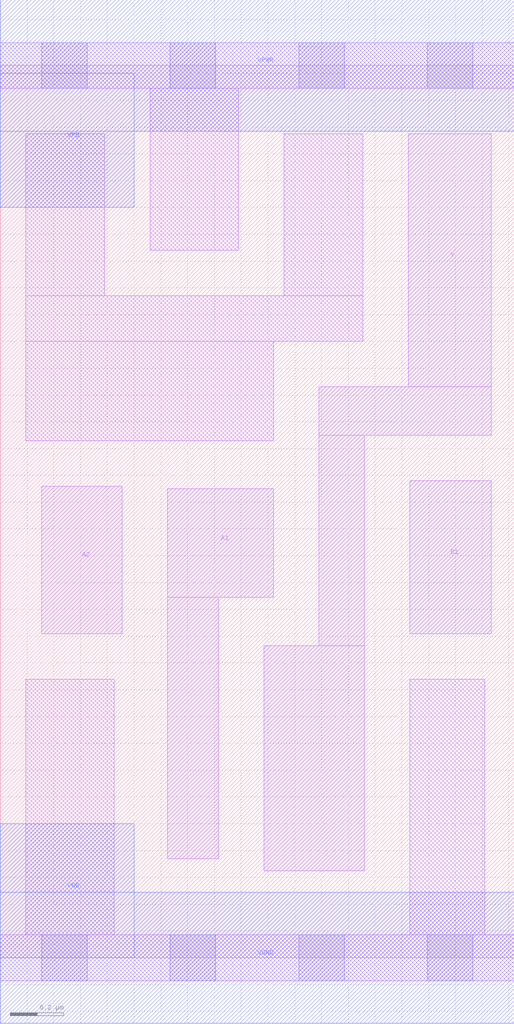
<source format=lef>
# Copyright 2020 The SkyWater PDK Authors
#
# Licensed under the Apache License, Version 2.0 (the "License");
# you may not use this file except in compliance with the License.
# You may obtain a copy of the License at
#
#     https://www.apache.org/licenses/LICENSE-2.0
#
# Unless required by applicable law or agreed to in writing, software
# distributed under the License is distributed on an "AS IS" BASIS,
# WITHOUT WARRANTIES OR CONDITIONS OF ANY KIND, either express or implied.
# See the License for the specific language governing permissions and
# limitations under the License.
#
# SPDX-License-Identifier: Apache-2.0

VERSION 5.5 ;
NAMESCASESENSITIVE ON ;
BUSBITCHARS "[]" ;
DIVIDERCHAR "/" ;
MACRO sky130_fd_sc_lp__a21oi_1
  CLASS CORE ;
  SOURCE USER ;
  ORIGIN  0.000000  0.000000 ;
  SIZE  1.920000 BY  3.330000 ;
  SYMMETRY X Y R90 ;
  SITE unit ;
  PIN A1
    ANTENNAGATEAREA  0.315000 ;
    DIRECTION INPUT ;
    USE SIGNAL ;
    PORT
      LAYER li1 ;
        RECT 0.625000 0.370000 0.815000 1.345000 ;
        RECT 0.625000 1.345000 1.020000 1.750000 ;
    END
  END A1
  PIN A2
    ANTENNAGATEAREA  0.315000 ;
    DIRECTION INPUT ;
    USE SIGNAL ;
    PORT
      LAYER li1 ;
        RECT 0.155000 1.210000 0.455000 1.760000 ;
    END
  END A2
  PIN B1
    ANTENNAGATEAREA  0.315000 ;
    DIRECTION INPUT ;
    USE SIGNAL ;
    PORT
      LAYER li1 ;
        RECT 1.530000 1.210000 1.835000 1.780000 ;
    END
  END B1
  PIN Y
    ANTENNADIFFAREA  0.661500 ;
    DIRECTION OUTPUT ;
    USE SIGNAL ;
    PORT
      LAYER li1 ;
        RECT 0.985000 0.325000 1.360000 1.165000 ;
        RECT 1.190000 1.165000 1.360000 1.950000 ;
        RECT 1.190000 1.950000 1.835000 2.130000 ;
        RECT 1.525000 2.130000 1.835000 3.075000 ;
    END
  END Y
  PIN VGND
    DIRECTION INOUT ;
    USE GROUND ;
    PORT
      LAYER met1 ;
        RECT 0.000000 -0.245000 1.920000 0.245000 ;
    END
  END VGND
  PIN VNB
    DIRECTION INOUT ;
    USE GROUND ;
    PORT
    END
  END VNB
  PIN VPB
    DIRECTION INOUT ;
    USE POWER ;
    PORT
    END
  END VPB
  PIN VNB
    DIRECTION INOUT ;
    USE GROUND ;
    PORT
      LAYER met1 ;
        RECT 0.000000 0.000000 0.500000 0.500000 ;
    END
  END VNB
  PIN VPB
    DIRECTION INOUT ;
    USE POWER ;
    PORT
      LAYER met1 ;
        RECT 0.000000 2.800000 0.500000 3.300000 ;
    END
  END VPB
  PIN VPWR
    DIRECTION INOUT ;
    USE POWER ;
    PORT
      LAYER met1 ;
        RECT 0.000000 3.085000 1.920000 3.575000 ;
    END
  END VPWR
  OBS
    LAYER li1 ;
      RECT 0.000000 -0.085000 1.920000 0.085000 ;
      RECT 0.000000  3.245000 1.920000 3.415000 ;
      RECT 0.095000  0.085000 0.425000 1.040000 ;
      RECT 0.095000  1.930000 1.020000 2.300000 ;
      RECT 0.095000  2.300000 1.355000 2.470000 ;
      RECT 0.095000  2.470000 0.390000 3.075000 ;
      RECT 0.560000  2.640000 0.890000 3.245000 ;
      RECT 1.060000  2.470000 1.355000 3.075000 ;
      RECT 1.530000  0.085000 1.810000 1.040000 ;
    LAYER mcon ;
      RECT 0.155000 -0.085000 0.325000 0.085000 ;
      RECT 0.155000  3.245000 0.325000 3.415000 ;
      RECT 0.635000 -0.085000 0.805000 0.085000 ;
      RECT 0.635000  3.245000 0.805000 3.415000 ;
      RECT 1.115000 -0.085000 1.285000 0.085000 ;
      RECT 1.115000  3.245000 1.285000 3.415000 ;
      RECT 1.595000 -0.085000 1.765000 0.085000 ;
      RECT 1.595000  3.245000 1.765000 3.415000 ;
  END
END sky130_fd_sc_lp__a21oi_1
END LIBRARY

</source>
